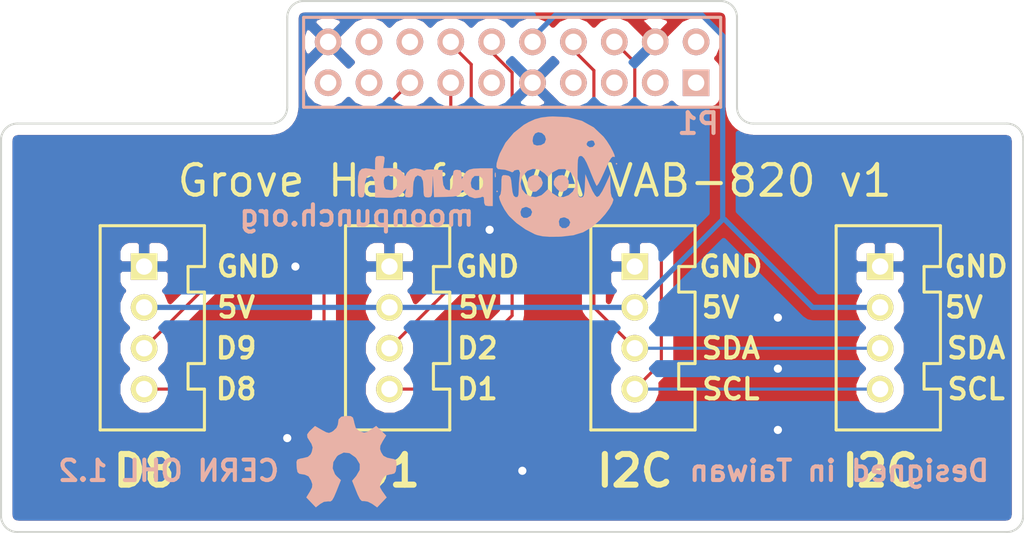
<source format=kicad_pcb>
(kicad_pcb (version 3) (host pcbnew "(2013-may-18)-stable")

  (general
    (links 18)
    (no_connects 0)
    (area 194.949999 143.949999 245.050001 170.8164)
    (thickness 1.6)
    (drawings 40)
    (tracks 60)
    (zones 0)
    (modules 7)
    (nets 9)
  )

  (page A3)
  (title_block 
    (title "Grove Hat for VIA VAB-820")
    (rev 1)
    (company Moonpunch)
    (comment 1 "CERN Open Hardware License 1.2")
  )

  (layers
    (15 F.Cu signal)
    (0 B.Cu signal)
    (16 B.Adhes user)
    (17 F.Adhes user)
    (18 B.Paste user)
    (19 F.Paste user)
    (20 B.SilkS user)
    (21 F.SilkS user)
    (22 B.Mask user)
    (23 F.Mask user)
    (28 Edge.Cuts user)
  )

  (setup
    (last_trace_width 0.254)
    (trace_clearance 0.254)
    (zone_clearance 0.508)
    (zone_45_only no)
    (trace_min 0.1524)
    (segment_width 0.2)
    (edge_width 0.1)
    (via_size 0.6)
    (via_drill 0.4)
    (via_min_size 0.3)
    (via_min_drill 0.3)
    (uvia_size 0.508)
    (uvia_drill 0.127)
    (uvias_allowed no)
    (uvia_min_size 0.508)
    (uvia_min_drill 0.127)
    (pcb_text_width 0.3)
    (pcb_text_size 1.5 1.5)
    (mod_edge_width 0.15)
    (mod_text_size 1 1)
    (mod_text_width 0.15)
    (pad_size 1.3 1.3)
    (pad_drill 0.8)
    (pad_to_mask_clearance 0)
    (aux_axis_origin 0 0)
    (visible_elements FFFFFFBF)
    (pcbplotparams
      (layerselection 284196865)
      (usegerberextensions true)
      (excludeedgelayer true)
      (linewidth 0.150000)
      (plotframeref false)
      (viasonmask false)
      (mode 1)
      (useauxorigin false)
      (hpglpennumber 1)
      (hpglpenspeed 20)
      (hpglpendiameter 15)
      (hpglpenoverlay 2)
      (psnegative false)
      (psa4output false)
      (plotreference true)
      (plotvalue true)
      (plotothertext true)
      (plotinvisibletext false)
      (padsonsilk false)
      (subtractmaskfromsilk false)
      (outputformat 1)
      (mirror false)
      (drillshape 0)
      (scaleselection 1)
      (outputdirectory Gerber/))
  )

  (net 0 "")
  (net 1 +5V)
  (net 2 /D1)
  (net 3 /D2)
  (net 4 /D8)
  (net 5 /D9)
  (net 6 /SCL)
  (net 7 /SDA)
  (net 8 GND)

  (net_class Default "This is the default net class."
    (clearance 0.254)
    (trace_width 0.254)
    (via_dia 0.6)
    (via_drill 0.4)
    (uvia_dia 0.508)
    (uvia_drill 0.127)
    (add_net "")
    (add_net +5V)
    (add_net GND)
  )

  (net_class Packed ""
    (clearance 0.1524)
    (trace_width 0.1524)
    (via_dia 0.6)
    (via_drill 0.4)
    (uvia_dia 0.508)
    (uvia_drill 0.127)
    (add_net /D1)
    (add_net /D2)
    (add_net /D8)
    (add_net /D9)
    (add_net /SCL)
    (add_net /SDA)
  )

  (module TWIG_2.0 (layer F.Cu) (tedit 55CF6298) (tstamp 55CF1077)
    (at 226 160 270)
    (descr "Seeed Grove connector")
    (tags CONN)
    (path /55CC9A1E)
    (fp_text reference P2 (at 0 -3.8 270) (layer F.SilkS) hide
      (effects (font (size 1 1) (thickness 0.15)))
    )
    (fp_text value GROVE (at 3.15 3.1 270) (layer F.SilkS) hide
      (effects (font (size 1 1) (thickness 0.15)))
    )
    (fp_line (start -5 -2.95) (end -5 2.15) (layer F.SilkS) (width 0.15))
    (fp_line (start -5 2.15) (end 5 2.15) (layer F.SilkS) (width 0.15))
    (fp_line (start 5 2.15) (end 5 -2.95) (layer F.SilkS) (width 0.15))
    (fp_line (start 5 -2.95) (end 3 -2.95) (layer F.SilkS) (width 0.15))
    (fp_line (start 3 -2.95) (end 3 -2.15) (layer F.SilkS) (width 0.15))
    (fp_line (start 3 -2.15) (end 1.75 -2.15) (layer F.SilkS) (width 0.15))
    (fp_line (start 1.75 -2.15) (end 1.75 -2.95) (layer F.SilkS) (width 0.15))
    (fp_line (start 1.75 -2.95) (end -1.75 -2.95) (layer F.SilkS) (width 0.15))
    (fp_line (start -1.75 -2.95) (end -1.75 -2.15) (layer F.SilkS) (width 0.15))
    (fp_line (start -1.75 -2.15) (end -3 -2.15) (layer F.SilkS) (width 0.15))
    (fp_line (start -3 -2.15) (end -3 -2.95) (layer F.SilkS) (width 0.15))
    (fp_line (start -3 -2.95) (end -5 -2.95) (layer F.SilkS) (width 0.15))
    (pad 1 thru_hole rect (at -3 0 270) (size 1.3 1.3) (drill 0.8)
      (layers *.Cu *.Mask F.SilkS)
      (net 8 GND)
    )
    (pad 2 thru_hole circle (at -1 0 270) (size 1.3 1.3) (drill 0.8)
      (layers *.Cu *.Mask F.SilkS)
      (net 1 +5V)
    )
    (pad 3 thru_hole circle (at 1 0 270) (size 1.3 1.3) (drill 0.8)
      (layers *.Cu *.Mask F.SilkS)
      (net 7 /SDA)
    )
    (pad 4 thru_hole circle (at 3 0 270) (size 1.3 1.3) (drill 0.8)
      (layers *.Cu *.Mask F.SilkS)
      (net 6 /SCL)
    )
  )

  (module TWIG_2.0 (layer F.Cu) (tedit 55CF629F) (tstamp 55CF108B)
    (at 238 160 270)
    (descr "Seeed Grove connector")
    (tags CONN)
    (path /55CC9A2D)
    (fp_text reference P3 (at 0 -3.8 270) (layer F.SilkS) hide
      (effects (font (size 1 1) (thickness 0.15)))
    )
    (fp_text value GROVE (at 3.15 3.1 270) (layer F.SilkS) hide
      (effects (font (size 1 1) (thickness 0.15)))
    )
    (fp_line (start -5 -2.95) (end -5 2.15) (layer F.SilkS) (width 0.15))
    (fp_line (start -5 2.15) (end 5 2.15) (layer F.SilkS) (width 0.15))
    (fp_line (start 5 2.15) (end 5 -2.95) (layer F.SilkS) (width 0.15))
    (fp_line (start 5 -2.95) (end 3 -2.95) (layer F.SilkS) (width 0.15))
    (fp_line (start 3 -2.95) (end 3 -2.15) (layer F.SilkS) (width 0.15))
    (fp_line (start 3 -2.15) (end 1.75 -2.15) (layer F.SilkS) (width 0.15))
    (fp_line (start 1.75 -2.15) (end 1.75 -2.95) (layer F.SilkS) (width 0.15))
    (fp_line (start 1.75 -2.95) (end -1.75 -2.95) (layer F.SilkS) (width 0.15))
    (fp_line (start -1.75 -2.95) (end -1.75 -2.15) (layer F.SilkS) (width 0.15))
    (fp_line (start -1.75 -2.15) (end -3 -2.15) (layer F.SilkS) (width 0.15))
    (fp_line (start -3 -2.15) (end -3 -2.95) (layer F.SilkS) (width 0.15))
    (fp_line (start -3 -2.95) (end -5 -2.95) (layer F.SilkS) (width 0.15))
    (pad 1 thru_hole rect (at -3 0 270) (size 1.3 1.3) (drill 0.8)
      (layers *.Cu *.Mask F.SilkS)
      (net 8 GND)
    )
    (pad 2 thru_hole circle (at -1 0 270) (size 1.3 1.3) (drill 0.8)
      (layers *.Cu *.Mask F.SilkS)
      (net 1 +5V)
    )
    (pad 3 thru_hole circle (at 1 0 270) (size 1.3 1.3) (drill 0.8)
      (layers *.Cu *.Mask F.SilkS)
      (net 7 /SDA)
    )
    (pad 4 thru_hole circle (at 3 0 270) (size 1.3 1.3) (drill 0.8)
      (layers *.Cu *.Mask F.SilkS)
      (net 6 /SCL)
    )
  )

  (module TWIG_2.0 (layer F.Cu) (tedit 55CF6293) (tstamp 55CF109F)
    (at 214 160 270)
    (descr "Seeed Grove connector")
    (tags CONN)
    (path /55CC9A3C)
    (fp_text reference P4 (at 0 -3.8 270) (layer F.SilkS) hide
      (effects (font (size 1 1) (thickness 0.15)))
    )
    (fp_text value GROVE (at 3.15 3.1 270) (layer F.SilkS) hide
      (effects (font (size 1 1) (thickness 0.15)))
    )
    (fp_line (start -5 -2.95) (end -5 2.15) (layer F.SilkS) (width 0.15))
    (fp_line (start -5 2.15) (end 5 2.15) (layer F.SilkS) (width 0.15))
    (fp_line (start 5 2.15) (end 5 -2.95) (layer F.SilkS) (width 0.15))
    (fp_line (start 5 -2.95) (end 3 -2.95) (layer F.SilkS) (width 0.15))
    (fp_line (start 3 -2.95) (end 3 -2.15) (layer F.SilkS) (width 0.15))
    (fp_line (start 3 -2.15) (end 1.75 -2.15) (layer F.SilkS) (width 0.15))
    (fp_line (start 1.75 -2.15) (end 1.75 -2.95) (layer F.SilkS) (width 0.15))
    (fp_line (start 1.75 -2.95) (end -1.75 -2.95) (layer F.SilkS) (width 0.15))
    (fp_line (start -1.75 -2.95) (end -1.75 -2.15) (layer F.SilkS) (width 0.15))
    (fp_line (start -1.75 -2.15) (end -3 -2.15) (layer F.SilkS) (width 0.15))
    (fp_line (start -3 -2.15) (end -3 -2.95) (layer F.SilkS) (width 0.15))
    (fp_line (start -3 -2.95) (end -5 -2.95) (layer F.SilkS) (width 0.15))
    (pad 1 thru_hole rect (at -3 0 270) (size 1.3 1.3) (drill 0.8)
      (layers *.Cu *.Mask F.SilkS)
      (net 8 GND)
    )
    (pad 2 thru_hole circle (at -1 0 270) (size 1.3 1.3) (drill 0.8)
      (layers *.Cu *.Mask F.SilkS)
      (net 1 +5V)
    )
    (pad 3 thru_hole circle (at 1 0 270) (size 1.3 1.3) (drill 0.8)
      (layers *.Cu *.Mask F.SilkS)
      (net 3 /D2)
    )
    (pad 4 thru_hole circle (at 3 0 270) (size 1.3 1.3) (drill 0.8)
      (layers *.Cu *.Mask F.SilkS)
      (net 2 /D1)
    )
  )

  (module TWIG_2.0 (layer F.Cu) (tedit 55CF628F) (tstamp 55CF111E)
    (at 202 160 270)
    (descr "Seeed Grove connector")
    (tags CONN)
    (path /55CC9A4B)
    (fp_text reference P5 (at 0 -3.8 270) (layer F.SilkS) hide
      (effects (font (size 1 1) (thickness 0.15)))
    )
    (fp_text value GROVE (at 3.15 3.1 270) (layer F.SilkS) hide
      (effects (font (size 1 1) (thickness 0.15)))
    )
    (fp_line (start -5 -2.95) (end -5 2.15) (layer F.SilkS) (width 0.15))
    (fp_line (start -5 2.15) (end 5 2.15) (layer F.SilkS) (width 0.15))
    (fp_line (start 5 2.15) (end 5 -2.95) (layer F.SilkS) (width 0.15))
    (fp_line (start 5 -2.95) (end 3 -2.95) (layer F.SilkS) (width 0.15))
    (fp_line (start 3 -2.95) (end 3 -2.15) (layer F.SilkS) (width 0.15))
    (fp_line (start 3 -2.15) (end 1.75 -2.15) (layer F.SilkS) (width 0.15))
    (fp_line (start 1.75 -2.15) (end 1.75 -2.95) (layer F.SilkS) (width 0.15))
    (fp_line (start 1.75 -2.95) (end -1.75 -2.95) (layer F.SilkS) (width 0.15))
    (fp_line (start -1.75 -2.95) (end -1.75 -2.15) (layer F.SilkS) (width 0.15))
    (fp_line (start -1.75 -2.15) (end -3 -2.15) (layer F.SilkS) (width 0.15))
    (fp_line (start -3 -2.15) (end -3 -2.95) (layer F.SilkS) (width 0.15))
    (fp_line (start -3 -2.95) (end -5 -2.95) (layer F.SilkS) (width 0.15))
    (pad 1 thru_hole rect (at -3 0 270) (size 1.3 1.3) (drill 0.8)
      (layers *.Cu *.Mask F.SilkS)
      (net 8 GND)
    )
    (pad 2 thru_hole circle (at -1 0 270) (size 1.3 1.3) (drill 0.8)
      (layers *.Cu *.Mask F.SilkS)
      (net 1 +5V)
    )
    (pad 3 thru_hole circle (at 1 0 270) (size 1.3 1.3) (drill 0.8)
      (layers *.Cu *.Mask F.SilkS)
      (net 5 /D9)
    )
    (pad 4 thru_hole circle (at 3 0 270) (size 1.3 1.3) (drill 0.8)
      (layers *.Cu *.Mask F.SilkS)
      (net 4 /D8)
    )
  )

  (module pin_array_2mm_10x2 (layer B.Cu) (tedit 55CF676B) (tstamp 55CF68D7)
    (at 220 147 180)
    (descr "Double range 2mm pins 10x2")
    (tags CONN)
    (path /55CC99D0)
    (fp_text reference P1 (at -9.1 -3 180) (layer B.SilkS)
      (effects (font (size 1.016 1.016) (thickness 0.2032)) (justify mirror))
    )
    (fp_text value CONN_10X2 (at 0 -3.4 180) (layer B.SilkS) hide
      (effects (font (size 1.016 1.016) (thickness 0.2032)) (justify mirror))
    )
    (fp_line (start -10.2 2.2) (end -10.2 -2.2) (layer B.SilkS) (width 0.15))
    (fp_line (start -10.2 -2.2) (end 10.2 -2.2) (layer B.SilkS) (width 0.15))
    (fp_line (start 10.2 -2.2) (end 10.2 2.2) (layer B.SilkS) (width 0.15))
    (fp_line (start 10.2 2.2) (end -10.2 2.2) (layer B.SilkS) (width 0.15))
    (pad 1 thru_hole rect (at -9 -1 180) (size 1.3 1.3) (drill 0.8)
      (layers *.Cu *.Mask B.SilkS)
    )
    (pad 2 thru_hole circle (at -9 1 180) (size 1.3 1.3) (drill 0.8)
      (layers *.Cu *.Mask B.SilkS)
    )
    (pad 3 thru_hole circle (at -7 -1 180) (size 1.3 1.3) (drill 0.8)
      (layers *.Cu *.Mask B.SilkS)
    )
    (pad 4 thru_hole circle (at -7 1 180) (size 1.3 1.3) (drill 0.8)
      (layers *.Cu *.Mask B.SilkS)
      (net 8 GND)
    )
    (pad 5 thru_hole circle (at -5 -1 180) (size 1.3 1.3) (drill 0.8)
      (layers *.Cu *.Mask B.SilkS)
    )
    (pad 6 thru_hole circle (at -5 1 180) (size 1.3 1.3) (drill 0.8)
      (layers *.Cu *.Mask B.SilkS)
      (net 6 /SCL)
    )
    (pad 7 thru_hole circle (at -3 -1 180) (size 1.3 1.3) (drill 0.8)
      (layers *.Cu *.Mask B.SilkS)
    )
    (pad 8 thru_hole circle (at -3 1 180) (size 1.3 1.3) (drill 0.8)
      (layers *.Cu *.Mask B.SilkS)
      (net 7 /SDA)
    )
    (pad 9 thru_hole circle (at -1 -1 180) (size 1.3 1.3) (drill 0.8)
      (layers *.Cu *.Mask B.SilkS)
      (net 8 GND)
    )
    (pad 10 thru_hole circle (at -1 1 180) (size 1.3 1.3) (drill 0.8)
      (layers *.Cu *.Mask B.SilkS)
      (net 1 +5V)
    )
    (pad 11 thru_hole circle (at 1 -1 180) (size 1.3 1.3) (drill 0.8)
      (layers *.Cu *.Mask B.SilkS)
    )
    (pad 12 thru_hole circle (at 1 1 180) (size 1.3 1.3) (drill 0.8)
      (layers *.Cu *.Mask B.SilkS)
      (net 2 /D1)
    )
    (pad 13 thru_hole circle (at 3 -1 180) (size 1.3 1.3) (drill 0.8)
      (layers *.Cu *.Mask B.SilkS)
      (net 4 /D8)
    )
    (pad 14 thru_hole circle (at 3 1 180) (size 1.3 1.3) (drill 0.8)
      (layers *.Cu *.Mask B.SilkS)
      (net 3 /D2)
    )
    (pad 15 thru_hole circle (at 5 -1 180) (size 1.3 1.3) (drill 0.8)
      (layers *.Cu *.Mask B.SilkS)
      (net 5 /D9)
    )
    (pad 16 thru_hole circle (at 5 1 180) (size 1.3 1.3) (drill 0.8)
      (layers *.Cu *.Mask B.SilkS)
    )
    (pad 17 thru_hole circle (at 7 -1 180) (size 1.3 1.3) (drill 0.8)
      (layers *.Cu *.Mask B.SilkS)
    )
    (pad 18 thru_hole circle (at 7 1 180) (size 1.3 1.3) (drill 0.8)
      (layers *.Cu *.Mask B.SilkS)
    )
    (pad 19 thru_hole circle (at 9 -1 180) (size 1.3 1.3) (drill 0.8)
      (layers *.Cu *.Mask B.SilkS)
    )
    (pad 20 thru_hole circle (at 9 1 180) (size 1.3 1.3) (drill 0.8)
      (layers *.Cu *.Mask B.SilkS)
      (net 8 GND)
    )
  )

  (module OSHW (layer B.Cu) (tedit 0) (tstamp 55CF6D3C)
    (at 211.9 166.6)
    (fp_text reference G*** (at 0 -3.048) (layer B.SilkS) hide
      (effects (font (size 1.524 1.524) (thickness 0.3048)) (justify mirror))
    )
    (fp_text value LOGO (at 0 3.048) (layer B.SilkS) hide
      (effects (font (size 1.524 1.524) (thickness 0.3048)) (justify mirror))
    )
    (fp_poly (pts (xy 2.44602 0.06604) (xy 2.4384 0.19812) (xy 2.41046 0.42164) (xy 2.34442 0.52832)
      (xy 2.1971 0.56896) (xy 2.1336 0.57658) (xy 1.91262 0.635) (xy 1.76784 0.78994)
      (xy 1.71958 0.88392) (xy 1.6383 1.0795) (xy 1.64338 1.2192) (xy 1.7399 1.38684)
      (xy 1.77546 1.4351) (xy 1.96596 1.70434) (xy 1.73228 1.94818) (xy 1.4986 2.19456)
      (xy 1.25222 2.0193) (xy 1.04394 1.91262) (xy 0.86106 1.88214) (xy 0.84582 1.88468)
      (xy 0.74676 1.8796) (xy 0.65278 1.78562) (xy 0.5461 1.57226) (xy 0.48006 1.4097)
      (xy 0.27178 0.889) (xy 0.47498 0.65024) (xy 0.64516 0.3556) (xy 0.6477 0.07366)
      (xy 0.48006 -0.20574) (xy 0.42926 -0.26162) (xy 0.14478 -0.46228) (xy -0.13716 -0.49276)
      (xy -0.40894 -0.35814) (xy -0.4699 -0.30226) (xy -0.64516 -0.0254) (xy -0.67564 0.28194)
      (xy -0.56388 0.56642) (xy -0.47752 0.66802) (xy -0.27432 0.85598) (xy -0.49022 1.39954)
      (xy -0.61214 1.68656) (xy -0.70358 1.84658) (xy -0.79248 1.905) (xy -0.88646 1.89738)
      (xy -1.10236 1.92024) (xy -1.2827 2.02184) (xy -1.50114 2.19202) (xy -1.73482 1.94818)
      (xy -1.9685 1.70434) (xy -1.79578 1.4224) (xy -1.6891 1.2192) (xy -1.67386 1.05918)
      (xy -1.73736 0.87122) (xy -1.85928 0.6731) (xy -2.04216 0.58928) (xy -2.1336 0.57658)
      (xy -2.3114 0.5461) (xy -2.39776 0.46482) (xy -2.43332 0.28448) (xy -2.44094 0.1905)
      (xy -2.44856 -0.03556) (xy -2.40538 -0.14732) (xy -2.26314 -0.19812) (xy -2.12852 -0.22098)
      (xy -1.88976 -0.28194) (xy -1.76022 -0.39878) (xy -1.69926 -0.52832) (xy -1.65608 -0.73914)
      (xy -1.71704 -0.92202) (xy -1.78054 -1.01854) (xy -1.91262 -1.22936) (xy -1.92786 -1.37668)
      (xy -1.82626 -1.52146) (xy -1.74498 -1.60274) (xy -1.54178 -1.79324) (xy -1.2065 -1.6002)
      (xy -0.99314 -1.4859) (xy -0.85852 -1.45288) (xy -0.73406 -1.4986) (xy -0.6477 -1.55194)
      (xy -0.49022 -1.70434) (xy -0.42418 -1.85928) (xy -0.38862 -2.11836) (xy -0.25654 -2.25044)
      (xy -0.00254 -2.286) (xy 0 -2.286) (xy 0.21082 -2.27584) (xy 0.31242 -2.20726)
      (xy 0.36576 -2.032) (xy 0.37846 -1.9558) (xy 0.44958 -1.70942) (xy 0.58674 -1.56972)
      (xy 0.67818 -1.524) (xy 0.8636 -1.47066) (xy 1.02108 -1.50622) (xy 1.18618 -1.61036)
      (xy 1.45034 -1.79832) (xy 1.69672 -1.56464) (xy 1.9431 -1.32842) (xy 1.7653 -1.0414)
      (xy 1.65608 -0.83058) (xy 1.64084 -0.66548) (xy 1.69164 -0.51308) (xy 1.8034 -0.33528)
      (xy 1.9939 -0.23876) (xy 2.12852 -0.21082) (xy 2.33934 -0.16764) (xy 2.43078 -0.09398)
      (xy 2.44602 0.06604) (xy 2.44602 0.06604)) (layer B.SilkS) (width 0.00254))
  )

  (module MOONPUNCHLOGO (layer B.Cu) (tedit 0) (tstamp 55CF6D88)
    (at 218.8 152.6)
    (fp_text reference G*** (at 0 -3.72364) (layer B.SilkS) hide
      (effects (font (size 1.524 1.524) (thickness 0.3048)) (justify mirror))
    )
    (fp_text value MOONPUNCHLOGO (at 0 3.72364) (layer B.SilkS) hide
      (effects (font (size 1.524 1.524) (thickness 0.3048)) (justify mirror))
    )
    (fp_poly (pts (xy 6.22554 -0.96774) (xy 6.18998 -0.96774) (xy 6.1214 -0.9779) (xy 6.0452 -0.91186)
      (xy 5.9436 -0.74676) (xy 5.80898 -0.45974) (xy 5.66928 -0.14732) (xy 5.53466 0.14224)
      (xy 5.4229 0.35052) (xy 5.3467 0.44704) (xy 5.32892 0.44704) (xy 5.27558 0.3429)
      (xy 5.24764 0.2794) (xy 5.24764 -1.60782) (xy 5.18668 -1.75006) (xy 5.08254 -1.778)
      (xy 4.90728 -1.7272) (xy 4.84124 -1.60782) (xy 4.86664 -1.524) (xy 4.99364 -1.43764)
      (xy 5.14604 -1.45796) (xy 5.24256 -1.5621) (xy 5.24764 -1.60782) (xy 5.24764 0.2794)
      (xy 5.17652 0.12192) (xy 5.05206 -0.1778) (xy 4.99872 -0.3175) (xy 4.84632 -0.67564)
      (xy 4.72694 -0.89408) (xy 4.62534 -0.99822) (xy 4.56184 -1.016) (xy 4.49326 -1.0033)
      (xy 4.44754 -0.94742) (xy 4.4196 -0.82296) (xy 4.4069 -0.5969) (xy 4.40182 -0.24638)
      (xy 4.40182 0) (xy 4.40436 0.42926) (xy 4.41198 0.71628) (xy 4.42976 0.89154)
      (xy 4.46532 0.98044) (xy 4.5212 1.01346) (xy 4.56692 1.016) (xy 4.65582 0.99568)
      (xy 4.70916 0.91186) (xy 4.73964 0.72898) (xy 4.75742 0.44958) (xy 4.78282 -0.11938)
      (xy 5.00634 0.42672) (xy 5.13334 0.70358) (xy 5.2578 0.90932) (xy 5.34924 0.99822)
      (xy 5.35178 0.99822) (xy 5.461 0.93472) (xy 5.60578 0.71374) (xy 5.73786 0.44958)
      (xy 6.00202 -0.127) (xy 6.00456 0.43688) (xy 6.02488 0.79756) (xy 6.07568 0.99822)
      (xy 6.11632 1.03886) (xy 6.15696 1.1303) (xy 6.09854 1.31318) (xy 5.95884 1.5621)
      (xy 5.7531 1.8415) (xy 5.50164 2.1209) (xy 5.09524 2.47904) (xy 4.67614 2.72034)
      (xy 4.29514 2.83718) (xy 4.29514 0.1905) (xy 4.24688 0.04064) (xy 4.04368 -0.23368)
      (xy 3.7719 -0.37338) (xy 3.46964 -0.36576) (xy 3.175 -0.20828) (xy 3.12166 -0.16002)
      (xy 2.9464 0.01524) (xy 2.85496 -0.08382) (xy 2.85496 -1.8288) (xy 2.79908 -2.0066)
      (xy 2.65938 -2.13614) (xy 2.4765 -2.17932) (xy 2.3241 -2.11328) (xy 2.23012 -1.9558)
      (xy 2.19964 -1.75006) (xy 2.2479 -1.5875) (xy 2.25552 -1.57988) (xy 2.41046 -1.524)
      (xy 2.6162 -1.54686) (xy 2.7813 -1.6383) (xy 2.78892 -1.64592) (xy 2.85496 -1.8288)
      (xy 2.85496 -0.08382) (xy 2.78384 -0.16002) (xy 2.51206 -0.34798) (xy 2.21742 -0.38354)
      (xy 1.94056 -0.2794) (xy 1.71958 -0.0381) (xy 1.6764 0.04064) (xy 1.6129 0.3429)
      (xy 1.68402 0.61468) (xy 1.8542 0.83058) (xy 2.09042 0.96774) (xy 2.3622 1.00076)
      (xy 2.63398 0.90678) (xy 2.75336 0.80772) (xy 2.96164 0.60198) (xy 3.16992 0.80772)
      (xy 3.429 0.97282) (xy 3.70586 0.99822) (xy 3.9624 0.90678) (xy 4.16814 0.72644)
      (xy 4.2926 0.48006) (xy 4.29514 0.1905) (xy 4.29514 2.83718) (xy 4.2037 2.86766)
      (xy 4.04368 2.88544) (xy 4.04368 2.2352) (xy 3.96494 2.0828) (xy 3.7846 1.99644)
      (xy 3.71602 1.99136) (xy 3.54584 2.03962) (xy 3.48488 2.19202) (xy 3.5179 2.4003)
      (xy 3.64998 2.51714) (xy 3.83032 2.51714) (xy 3.98272 2.40538) (xy 4.04368 2.2352)
      (xy 4.04368 2.88544) (xy 3.62966 2.9337) (xy 3.46964 2.94132) (xy 3.01752 2.94386)
      (xy 2.68732 2.91846) (xy 2.4257 2.86004) (xy 2.30632 2.81686) (xy 2.17932 2.75082)
      (xy 2.17932 1.7272) (xy 2.10312 1.57226) (xy 1.92278 1.48844) (xy 1.8542 1.48336)
      (xy 1.6764 1.5494) (xy 1.60782 1.72212) (xy 1.64084 1.91008) (xy 1.75514 2.01422)
      (xy 1.93294 2.01676) (xy 2.10312 1.9177) (xy 2.1209 1.89738) (xy 2.17932 1.7272)
      (xy 2.17932 2.75082) (xy 1.85166 2.58064) (xy 1.41732 2.2733) (xy 1.06426 1.94056)
      (xy 0.98806 1.84658) (xy 0.8255 1.60782) (xy 0.68834 1.35636) (xy 0.59436 1.13284)
      (xy 0.5588 0.9779) (xy 0.58928 0.93218) (xy 0.63754 0.85344) (xy 0.66802 0.65024)
      (xy 0.67564 0.4191) (xy 0.67818 0.13462) (xy 0.70104 -0.01524) (xy 0.75946 -0.07366)
      (xy 0.87122 -0.07366) (xy 0.90932 -0.06858) (xy 1.03886 -0.04064) (xy 1.11506 0.02794)
      (xy 1.1557 0.18542) (xy 1.18364 0.46482) (xy 1.22174 0.76454) (xy 1.27508 0.92964)
      (xy 1.3589 0.99822) (xy 1.37414 1.00076) (xy 1.46304 0.99314) (xy 1.50876 0.89662)
      (xy 1.52146 0.67818) (xy 1.524 0.6096) (xy 1.53416 0.29972) (xy 1.5621 0.01016)
      (xy 1.5748 -0.07366) (xy 1.59766 -0.25654) (xy 1.54432 -0.32766) (xy 1.4478 -0.33782)
      (xy 1.30556 -0.30226) (xy 1.27 -0.25146) (xy 1.20904 -0.21336) (xy 1.08204 -0.26416)
      (xy 0.8509 -0.33782) (xy 0.65786 -0.3556) (xy 0.50292 -0.37592) (xy 0.4318 -0.46736)
      (xy 0.43942 -0.6477) (xy 0.52832 -0.94742) (xy 0.5969 -1.13538) (xy 0.87376 -1.66116)
      (xy 1.27762 -2.14376) (xy 1.77038 -2.53746) (xy 2.00152 -2.66954) (xy 2.31648 -2.81178)
      (xy 2.61874 -2.8956) (xy 2.97942 -2.93878) (xy 3.1877 -2.94894) (xy 3.94716 -2.91338)
      (xy 4.61518 -2.73304) (xy 5.1943 -2.413) (xy 5.6769 -1.95326) (xy 5.83438 -1.74498)
      (xy 5.9944 -1.49352) (xy 6.12394 -1.25476) (xy 6.20522 -1.06934) (xy 6.22554 -0.96774)
      (xy 6.22554 -0.96774)) (layer B.SilkS) (width 0.00254))
    (fp_poly (pts (xy 0.254 1.44018) (xy 0.04064 1.44018) (xy -0.11176 1.41224) (xy -0.1651 1.2954)
      (xy -0.17018 1.18872) (xy -0.18288 1.016) (xy -0.19812 1.00584) (xy -0.19812 0.27432)
      (xy -0.26162 0.07874) (xy -0.41402 -0.0381) (xy -0.62738 -0.03302) (xy -0.63754 -0.03048)
      (xy -0.76708 0.09652) (xy -0.82296 0.30226) (xy -0.79248 0.50292) (xy -0.762 0.55118)
      (xy -0.57912 0.66548) (xy -0.38354 0.63754) (xy -0.254 0.50546) (xy -0.19812 0.27432)
      (xy -0.19812 1.00584) (xy -0.24892 0.98044) (xy -0.36322 1.02362) (xy -0.62738 1.05918)
      (xy -0.89916 0.97282) (xy -1.10744 0.78486) (xy -1.11506 0.77216) (xy -1.19888 0.65786)
      (xy -1.2573 0.68834) (xy -1.31064 0.78994) (xy -1.37922 0.88646) (xy -1.49352 0.94488)
      (xy -1.69418 0.97536) (xy -2.01168 0.98806) (xy -2.61874 1.0033) (xy -2.64922 0.43942)
      (xy -2.67716 -0.127) (xy -2.69494 0.4445) (xy -2.70764 0.74676) (xy -2.7305 0.91948)
      (xy -2.78384 0.99568) (xy -2.88036 1.016) (xy -2.921 1.016) (xy -3.04546 1.0033)
      (xy -3.10642 0.9398) (xy -3.13182 0.77978) (xy -3.13436 0.56134) (xy -3.1623 0.21082)
      (xy -3.24612 0.0127) (xy -3.26136 0) (xy -3.41884 -0.0635) (xy -3.5433 0.02794)
      (xy -3.6195 0.25908) (xy -3.64236 0.56134) (xy -3.64744 0.82296) (xy -3.67792 0.96012)
      (xy -3.75158 1.00838) (xy -3.86334 1.016) (xy -4.01828 0.99568) (xy -4.04876 0.89916)
      (xy -4.02844 0.79502) (xy -3.97256 0.57404) (xy -4.16814 0.79502) (xy -4.29768 0.92202)
      (xy -4.41452 0.98552) (xy -4.41452 0.381) (xy -4.4323 0.1524) (xy -4.52882 0.00254)
      (xy -4.7117 -0.06096) (xy -4.86918 -0.0508) (xy -5.01904 0.02032) (xy -5.07492 0.1651)
      (xy -5.08 0.2921) (xy -5.05206 0.49784) (xy -4.98348 0.61722) (xy -4.97586 0.6223)
      (xy -4.70916 0.66548) (xy -4.50596 0.57658) (xy -4.41452 0.381) (xy -4.41452 0.98552)
      (xy -4.43738 0.99822) (xy -4.63296 1.03124) (xy -4.93268 1.03378) (xy -5.10286 1.0287)
      (xy -5.50418 1.016) (xy -5.50418 0.56134) (xy -5.53212 0.21082) (xy -5.61848 0.0127)
      (xy -5.63118 0) (xy -5.7912 -0.0635) (xy -5.91312 0.02794) (xy -5.98932 0.25908)
      (xy -6.01218 0.56134) (xy -6.0198 0.8255) (xy -6.05282 0.96266) (xy -6.12648 1.01346)
      (xy -6.18236 1.016) (xy -6.26872 1.00076) (xy -6.31952 0.93218) (xy -6.34492 0.77216)
      (xy -6.35 0.49022) (xy -6.35 0.39116) (xy -6.33476 -0.00254) (xy -6.27634 -0.25146)
      (xy -6.1595 -0.381) (xy -5.96646 -0.41402) (xy -5.80136 -0.39624) (xy -5.50418 -0.34798)
      (xy -5.50418 -0.68326) (xy -5.49402 -0.89662) (xy -5.43814 -0.99314) (xy -5.30098 -1.016)
      (xy -5.25526 -1.016) (xy -5.0927 -1.0033) (xy -5.03428 -0.93218) (xy -5.04952 -0.7493)
      (xy -5.0546 -0.71882) (xy -5.10286 -0.42164) (xy -4.71424 -0.42164) (xy -4.44246 -0.40132)
      (xy -4.26974 -0.32258) (xy -4.17576 -0.22352) (xy -4.0259 -0.02286) (xy -3.937 -0.2032)
      (xy -3.77952 -0.35306) (xy -3.53568 -0.41148) (xy -3.27406 -0.36576) (xy -3.22326 -0.34036)
      (xy -3.09118 -0.2921) (xy -3.05054 -0.31496) (xy -2.97434 -0.34544) (xy -2.77876 -0.35814)
      (xy -2.62636 -0.35052) (xy -2.20218 -0.32258) (xy -2.20218 0.08382) (xy -2.16408 0.4064)
      (xy -2.05994 0.60706) (xy -1.89738 0.66548) (xy -1.82372 0.6477) (xy -1.74244 0.5588)
      (xy -1.7018 0.35052) (xy -1.69418 0.12954) (xy -1.6891 -0.13716) (xy -1.66116 -0.27686)
      (xy -1.59004 -0.3302) (xy -1.48336 -0.33782) (xy -1.32588 -0.30734) (xy -1.27254 -0.1778)
      (xy -1.26746 -0.10414) (xy -1.26492 0.127) (xy -1.14046 -0.09906) (xy -1.03632 -0.254)
      (xy -0.89916 -0.34544) (xy -0.69088 -0.3937) (xy -0.36576 -0.40894) (xy -0.23368 -0.40894)
      (xy 0.254 -0.40894) (xy 0.254 0.51562) (xy 0.254 1.44018) (xy 0.254 1.44018)) (layer B.SilkS) (width 0.00254))
    (fp_poly (pts (xy 0.508 0.72136) (xy 0.46482 0.762) (xy 0.42164 0.72136) (xy 0.46482 0.67818)
      (xy 0.508 0.72136) (xy 0.508 0.72136)) (layer B.SilkS) (width 0.00254))
    (fp_poly (pts (xy 6.35 0.635) (xy 6.30682 0.67818) (xy 6.26364 0.635) (xy 6.30682 0.59436)
      (xy 6.35 0.635) (xy 6.35 0.635)) (layer B.SilkS) (width 0.00254))
    (fp_poly (pts (xy 0.40386 -0.01778) (xy 0.3937 0.02286) (xy 0.36322 0.03302) (xy 0.35052 -0.08382)
      (xy 0.36322 -0.2032) (xy 0.3937 -0.1905) (xy 0.40386 -0.01778) (xy 0.40386 -0.01778)) (layer B.SilkS) (width 0.00254))
    (fp_poly (pts (xy 6.35 -0.635) (xy 6.30682 -0.59182) (xy 6.26364 -0.635) (xy 6.30682 -0.67564)
      (xy 6.35 -0.635) (xy 6.35 -0.635)) (layer B.SilkS) (width 0.00254))
    (fp_poly (pts (xy 2.70002 0.2921) (xy 2.65176 0.45974) (xy 2.54 0.59436) (xy 2.37998 0.72898)
      (xy 2.2479 0.74422) (xy 2.0955 0.67056) (xy 1.98374 0.5207) (xy 1.94818 0.29972)
      (xy 1.99898 0.08636) (xy 2.04724 0.01778) (xy 2.23774 -0.0762) (xy 2.45364 -0.05588)
      (xy 2.61366 0.06604) (xy 2.62128 0.07874) (xy 2.70002 0.2921) (xy 2.70002 0.2921)) (layer B.SilkS) (width 0.00254))
    (fp_poly (pts (xy 3.96748 0.20574) (xy 3.96494 0.43434) (xy 3.87858 0.62484) (xy 3.81508 0.67564)
      (xy 3.65252 0.7493) (xy 3.54076 0.73152) (xy 3.39852 0.60452) (xy 3.38582 0.59436)
      (xy 3.24358 0.40894) (xy 3.23596 0.23622) (xy 3.30454 0.07874) (xy 3.45694 -0.0508)
      (xy 3.6703 -0.07874) (xy 3.86588 0.00762) (xy 3.87604 0.01778) (xy 3.96748 0.20574)
      (xy 3.96748 0.20574)) (layer B.SilkS) (width 0.00254))
  )

  (gr_line (start 231.8 150) (end 244.2 150) (angle 90) (layer Edge.Cuts) (width 0.1))
  (gr_arc (start 244.2 150.8) (end 244.2 150) (angle 90) (layer Edge.Cuts) (width 0.1))
  (gr_line (start 245 169.2) (end 245 150.8) (angle 90) (layer Edge.Cuts) (width 0.1))
  (gr_arc (start 244.2 169.2) (end 245 169.2) (angle 90) (layer Edge.Cuts) (width 0.1))
  (gr_line (start 195.8 170) (end 244.2 170) (angle 90) (layer Edge.Cuts) (width 0.1))
  (gr_arc (start 195.8 169.2) (end 195.8 170) (angle 90) (layer Edge.Cuts) (width 0.1))
  (gr_line (start 195 150.8) (end 195 169.2) (angle 90) (layer Edge.Cuts) (width 0.1))
  (gr_arc (start 195.8 150.8) (end 195 150.8) (angle 90) (layer Edge.Cuts) (width 0.1))
  (gr_line (start 208.2 150) (end 195.8 150) (angle 90) (layer Edge.Cuts) (width 0.1))
  (gr_text "Designed in Taiwan" (at 236 167) (layer B.SilkS)
    (effects (font (size 1 1) (thickness 0.2)) (justify mirror))
  )
  (gr_text moonpunch.org (at 212.4 154.5) (layer B.SilkS)
    (effects (font (size 1 1) (thickness 0.2)) (justify mirror))
  )
  (gr_text "CERN OHL 1.2" (at 203.2 167) (layer B.SilkS)
    (effects (font (size 1 1) (thickness 0.2)) (justify mirror))
  )
  (gr_text "Grove Hat for VIA VAB-820 v1" (at 221.1 152.8) (layer F.SilkS)
    (effects (font (size 1.5 1.5) (thickness 0.2)))
  )
  (gr_text GND (at 207.1 157) (layer F.SilkS)
    (effects (font (size 1 1) (thickness 0.2)))
  )
  (gr_text 5V (at 206.5 159) (layer F.SilkS)
    (effects (font (size 1 1) (thickness 0.2)))
  )
  (gr_text D9 (at 206.5 161) (layer F.SilkS)
    (effects (font (size 1 1) (thickness 0.2)))
  )
  (gr_text D8 (at 206.5 163) (layer F.SilkS)
    (effects (font (size 1 1) (thickness 0.2)))
  )
  (gr_text GND (at 218.8 157) (layer F.SilkS)
    (effects (font (size 1 1) (thickness 0.2)))
  )
  (gr_text 5V (at 218.3 159) (layer F.SilkS)
    (effects (font (size 1 1) (thickness 0.2)))
  )
  (gr_text D2 (at 218.3 161) (layer F.SilkS)
    (effects (font (size 1 1) (thickness 0.2)))
  )
  (gr_text D1 (at 218.3 163) (layer F.SilkS)
    (effects (font (size 1 1) (thickness 0.2)))
  )
  (gr_text GND (at 230.7 157) (layer F.SilkS)
    (effects (font (size 1 1) (thickness 0.2)))
  )
  (gr_text 5V (at 230.2 159) (layer F.SilkS)
    (effects (font (size 1 1) (thickness 0.2)))
  )
  (gr_text SDA (at 230.7 161) (layer F.SilkS)
    (effects (font (size 1 1) (thickness 0.2)))
  )
  (gr_text SCL (at 230.7 163) (layer F.SilkS)
    (effects (font (size 1 1) (thickness 0.2)))
  )
  (gr_text "GND\n" (at 242.7 157) (layer F.SilkS)
    (effects (font (size 1 1) (thickness 0.2)))
  )
  (gr_text 5V (at 242.1 159) (layer F.SilkS)
    (effects (font (size 1 1) (thickness 0.2)))
  )
  (gr_text SDA (at 242.7 161) (layer F.SilkS)
    (effects (font (size 1 1) (thickness 0.2)))
  )
  (gr_text SCL (at 242.7 163) (layer F.SilkS)
    (effects (font (size 1 1) (thickness 0.2)))
  )
  (gr_text D8 (at 202 167) (layer F.SilkS)
    (effects (font (size 1.5 1.5) (thickness 0.3)))
  )
  (gr_text D1 (at 214 167) (layer F.SilkS)
    (effects (font (size 1.5 1.5) (thickness 0.3)))
  )
  (gr_text I2C (at 226 167) (layer F.SilkS)
    (effects (font (size 1.5 1.5) (thickness 0.3)))
  )
  (gr_text I2C (at 238 167) (layer F.SilkS)
    (effects (font (size 1.5 1.5) (thickness 0.3)))
  )
  (gr_arc (start 231.8 149.2) (end 231.8 150) (angle 90) (layer Edge.Cuts) (width 0.1))
  (gr_line (start 231 144.8) (end 231 149.2) (angle 90) (layer Edge.Cuts) (width 0.1))
  (gr_line (start 209.8 144) (end 230.2 144) (angle 90) (layer Edge.Cuts) (width 0.1))
  (gr_arc (start 230.2 144.8) (end 230.2 144) (angle 90) (layer Edge.Cuts) (width 0.1))
  (gr_arc (start 209.8 144.8) (end 209 144.8) (angle 90) (layer Edge.Cuts) (width 0.1))
  (gr_line (start 209 149.2) (end 209 144.8) (angle 90) (layer Edge.Cuts) (width 0.1))
  (gr_arc (start 208.2 149.2) (end 209 149.2) (angle 90) (layer Edge.Cuts) (width 0.1))

  (segment (start 230.3 154.7) (end 230.4 154.7) (width 0.254) (layer B.Cu) (net 1))
  (segment (start 234.7 159) (end 238 159) (width 0.254) (layer B.Cu) (net 1) (tstamp 55D06552))
  (segment (start 230.4 154.7) (end 234.7 159) (width 0.254) (layer B.Cu) (net 1) (tstamp 55D0654B))
  (segment (start 221 146) (end 221 145.8) (width 0.254) (layer B.Cu) (net 1))
  (segment (start 230.3 154.7) (end 226 159) (width 0.254) (layer B.Cu) (net 1) (tstamp 55D06539))
  (segment (start 230.3 145.7) (end 230.3 154.7) (width 0.254) (layer B.Cu) (net 1) (tstamp 55D06525))
  (segment (start 229.3 144.7) (end 230.3 145.7) (width 0.254) (layer B.Cu) (net 1) (tstamp 55D06524))
  (segment (start 222.1 144.7) (end 229.3 144.7) (width 0.254) (layer B.Cu) (net 1) (tstamp 55D06521))
  (segment (start 221 145.8) (end 222.1 144.7) (width 0.254) (layer B.Cu) (net 1) (tstamp 55D0651F))
  (segment (start 202 159) (end 214 159) (width 0.254) (layer B.Cu) (net 1))
  (segment (start 214 159) (end 226 159) (width 0.254) (layer B.Cu) (net 1) (tstamp 55D06451))
  (segment (start 219 146) (end 219 146.5) (width 0.1524) (layer F.Cu) (net 2))
  (segment (start 216.4 163) (end 214 163) (width 0.1524) (layer F.Cu) (net 2) (tstamp 55D064D7))
  (segment (start 220 159.4) (end 216.4 163) (width 0.1524) (layer F.Cu) (net 2) (tstamp 55D064D1))
  (segment (start 220 147.5) (end 220 159.4) (width 0.1524) (layer F.Cu) (net 2) (tstamp 55D064C8))
  (segment (start 219 146.5) (end 220 147.5) (width 0.1524) (layer F.Cu) (net 2) (tstamp 55D064C5))
  (segment (start 217 146) (end 217 146.1) (width 0.1524) (layer F.Cu) (net 3))
  (segment (start 218 157) (end 214 161) (width 0.1524) (layer F.Cu) (net 3) (tstamp 55D064E1))
  (segment (start 218 147.1) (end 218 157) (width 0.1524) (layer F.Cu) (net 3) (tstamp 55D064DC))
  (segment (start 217 146.1) (end 218 147.1) (width 0.1524) (layer F.Cu) (net 3) (tstamp 55D064DB))
  (segment (start 217 148) (end 217 149.2) (width 0.1524) (layer F.Cu) (net 4))
  (segment (start 207.6 163) (end 202 163) (width 0.1524) (layer F.Cu) (net 4) (tstamp 55D064FD))
  (segment (start 210.8 159.8) (end 207.6 163) (width 0.1524) (layer F.Cu) (net 4) (tstamp 55D064FB))
  (segment (start 210.8 155.4) (end 210.8 159.8) (width 0.1524) (layer F.Cu) (net 4) (tstamp 55D064F8))
  (segment (start 217 149.2) (end 210.8 155.4) (width 0.1524) (layer F.Cu) (net 4) (tstamp 55D064E9))
  (segment (start 215 148) (end 202 161) (width 0.1524) (layer F.Cu) (net 5))
  (segment (start 225 146) (end 226 147) (width 0.1524) (layer F.Cu) (net 6))
  (segment (start 227.3 161.7) (end 226 163) (width 0.1524) (layer F.Cu) (net 6) (tstamp 55D064A1))
  (segment (start 227.3 155.4) (end 227.3 161.7) (width 0.1524) (layer F.Cu) (net 6) (tstamp 55D0648E))
  (segment (start 226 154.1) (end 227.3 155.4) (width 0.1524) (layer F.Cu) (net 6) (tstamp 55D06485))
  (segment (start 226 147) (end 226 154.1) (width 0.1524) (layer F.Cu) (net 6) (tstamp 55D06481))
  (segment (start 226 163) (end 238 163) (width 0.1524) (layer B.Cu) (net 6))
  (segment (start 223 146) (end 223 146.4) (width 0.1524) (layer F.Cu) (net 7))
  (segment (start 224 159) (end 226 161) (width 0.1524) (layer F.Cu) (net 7) (tstamp 55D064B7))
  (segment (start 224 147.4) (end 224 159) (width 0.1524) (layer F.Cu) (net 7) (tstamp 55D064B1))
  (segment (start 223 146.4) (end 224 147.4) (width 0.1524) (layer F.Cu) (net 7) (tstamp 55D064B0))
  (segment (start 226 161) (end 238 161) (width 0.1524) (layer B.Cu) (net 7))
  (segment (start 220.5 167) (end 210.6 167) (width 0.254) (layer F.Cu) (net 8))
  (segment (start 233 165) (end 233 165.2) (width 0.254) (layer F.Cu) (net 8))
  (via (at 233 165) (size 0.6) (layers F.Cu B.Cu) (net 8))
  (segment (start 233 162) (end 233 159.5) (width 0.254) (layer F.Cu) (net 8))
  (segment (start 235.5 157) (end 233 159.5) (width 0.254) (layer F.Cu) (net 8) (tstamp 55D066EA))
  (via (at 233 159.5) (size 0.6) (layers F.Cu B.Cu) (net 8))
  (segment (start 238 157) (end 235.5 157) (width 0.254) (layer F.Cu) (net 8))
  (via (at 233 162) (size 0.6) (layers F.Cu B.Cu) (net 8))
  (segment (start 233 165) (end 233 162) (width 0.254) (layer F.Cu) (net 8))
  (via (at 220.5 167) (size 0.6) (layers F.Cu B.Cu) (net 8))
  (segment (start 231.2 167) (end 220.5 167) (width 0.254) (layer F.Cu) (net 8) (tstamp 55D06710))
  (segment (start 233 165.2) (end 231.2 167) (width 0.254) (layer F.Cu) (net 8) (tstamp 55D0670C))
  (via (at 209 165.4) (size 0.6) (layers F.Cu B.Cu) (net 8))
  (segment (start 210.6 167) (end 209 165.4) (width 0.254) (layer F.Cu) (net 8) (tstamp 55D0671C))
  (segment (start 214 157) (end 217.1 157) (width 0.254) (layer B.Cu) (net 8))
  (via (at 218.9 155.2) (size 0.6) (layers F.Cu B.Cu) (net 8))
  (segment (start 217.1 157) (end 218.9 155.2) (width 0.254) (layer B.Cu) (net 8) (tstamp 55D065E6))
  (segment (start 214 157) (end 209.4 157) (width 0.254) (layer B.Cu) (net 8))
  (via (at 209.4 157) (size 0.6) (layers F.Cu B.Cu) (net 8))
  (segment (start 227 146) (end 227 145.7) (width 0.254) (layer F.Cu) (net 8))
  (segment (start 212.3 144.7) (end 211 146) (width 0.254) (layer F.Cu) (net 8) (tstamp 55CF6DAB))
  (segment (start 226 144.7) (end 212.3 144.7) (width 0.254) (layer F.Cu) (net 8) (tstamp 55CF6DAA))
  (segment (start 227 145.7) (end 226 144.7) (width 0.254) (layer F.Cu) (net 8) (tstamp 55CF6DA9))

  (zone (net 8) (net_name GND) (layer F.Cu) (tstamp 55D06409) (hatch edge 0.508)
    (connect_pads (clearance 0.508))
    (min_thickness 0.254)
    (fill (arc_segments 16) (thermal_gap 0.508) (thermal_bridge_width 0.508))
    (polygon
      (pts
        (xy 195 144) (xy 245 144) (xy 245 170) (xy 195 170)
      )
    )
    (filled_polygon
      (pts
        (xy 216.188389 149.005822) (xy 210.297106 154.897106) (xy 210.142937 155.127835) (xy 210.0888 155.4) (xy 210.0888 159.505411)
        (xy 207.305411 162.2888) (xy 203.096509 162.2888) (xy 203.090005 162.273057) (xy 202.817264 161.99984) (xy 203.088734 161.728844)
        (xy 203.284776 161.256724) (xy 203.285222 160.745519) (xy 203.277926 160.727861) (xy 214.727545 149.278243) (xy 214.743276 149.284776)
        (xy 215.254481 149.285222) (xy 215.726943 149.090005) (xy 216.000159 148.817264) (xy 216.188389 149.005822)
      )
    )
    (filled_polygon
      (pts
        (xy 219.2888 159.105411) (xy 216.105411 162.2888) (xy 215.096509 162.2888) (xy 215.090005 162.273057) (xy 214.817264 161.99984)
        (xy 215.088734 161.728844) (xy 215.284776 161.256724) (xy 215.285222 160.745519) (xy 215.277926 160.727861) (xy 218.502894 157.502895)
        (xy 218.502894 157.502894) (xy 218.657063 157.272165) (xy 218.657063 157.272164) (xy 218.666044 157.227009) (xy 218.711199 157)
        (xy 218.7112 157) (xy 218.7112 149.271456) (xy 218.743276 149.284776) (xy 219.254481 149.285222) (xy 219.2888 149.271041)
        (xy 219.2888 159.105411)
      )
    )
    (filled_polygon
      (pts
        (xy 226.5888 155.714946) (xy 226.524245 155.71489) (xy 226.28575 155.715) (xy 226.127 155.87375) (xy 226.127 156.873)
        (xy 226.147 156.873) (xy 226.147 157.127) (xy 226.127 157.127) (xy 226.127 157.147) (xy 225.873 157.147)
        (xy 225.873 157.127) (xy 225.873 156.873) (xy 225.873 155.87375) (xy 225.71425 155.715) (xy 225.475755 155.71489)
        (xy 225.223136 155.715111) (xy 224.989832 155.811987) (xy 224.811359 155.990771) (xy 224.71489 156.224245) (xy 224.715 156.71425)
        (xy 224.87375 156.873) (xy 225.873 156.873) (xy 225.873 157.127) (xy 224.87375 157.127) (xy 224.715 157.28575)
        (xy 224.71489 157.775755) (xy 224.811359 158.009229) (xy 224.989832 158.188013) (xy 224.993166 158.189397) (xy 224.911266 158.271156)
        (xy 224.725152 158.719364) (xy 224.7112 158.705412) (xy 224.7112 149.271456) (xy 224.743276 149.284776) (xy 225.254481 149.285222)
        (xy 225.2888 149.271041) (xy 225.2888 154.1) (xy 225.342937 154.372165) (xy 225.497106 154.602894) (xy 226.5888 155.694588)
        (xy 226.5888 155.714946)
      )
    )
    (filled_polygon
      (pts
        (xy 244.315 169.131435) (xy 244.293598 169.239519) (xy 244.27231 169.27132) (xy 244.238238 169.294129) (xy 244.132836 169.315)
        (xy 239.285222 169.315) (xy 239.285222 162.745519) (xy 239.090005 162.273057) (xy 238.817264 161.99984) (xy 239.088734 161.728844)
        (xy 239.284776 161.256724) (xy 239.285222 160.745519) (xy 239.090005 160.273057) (xy 238.817264 159.99984) (xy 239.088734 159.728844)
        (xy 239.284776 159.256724) (xy 239.285222 158.745519) (xy 239.090005 158.273057) (xy 239.006591 158.189498) (xy 239.010168 158.188013)
        (xy 239.188641 158.009229) (xy 239.28511 157.775755) (xy 239.28511 156.224245) (xy 239.188641 155.990771) (xy 239.010168 155.811987)
        (xy 238.776864 155.715111) (xy 238.524245 155.71489) (xy 238.28575 155.715) (xy 238.127 155.87375) (xy 238.127 156.873)
        (xy 239.12625 156.873) (xy 239.285 156.71425) (xy 239.28511 156.224245) (xy 239.28511 157.775755) (xy 239.285 157.28575)
        (xy 239.12625 157.127) (xy 238.127 157.127) (xy 238.127 157.147) (xy 237.873 157.147) (xy 237.873 157.127)
        (xy 237.873 156.873) (xy 237.873 155.87375) (xy 237.71425 155.715) (xy 237.475755 155.71489) (xy 237.223136 155.715111)
        (xy 236.989832 155.811987) (xy 236.811359 155.990771) (xy 236.71489 156.224245) (xy 236.715 156.71425) (xy 236.87375 156.873)
        (xy 237.873 156.873) (xy 237.873 157.127) (xy 236.87375 157.127) (xy 236.715 157.28575) (xy 236.71489 157.775755)
        (xy 236.811359 158.009229) (xy 236.989832 158.188013) (xy 236.993166 158.189397) (xy 236.911266 158.271156) (xy 236.715224 158.743276)
        (xy 236.714778 159.254481) (xy 236.909995 159.726943) (xy 237.182735 160.000159) (xy 236.911266 160.271156) (xy 236.715224 160.743276)
        (xy 236.714778 161.254481) (xy 236.909995 161.726943) (xy 237.182735 162.000159) (xy 236.911266 162.271156) (xy 236.715224 162.743276)
        (xy 236.714778 163.254481) (xy 236.909995 163.726943) (xy 237.271156 164.088734) (xy 237.743276 164.284776) (xy 238.254481 164.285222)
        (xy 238.726943 164.090005) (xy 239.088734 163.728844) (xy 239.284776 163.256724) (xy 239.285222 162.745519) (xy 239.285222 169.315)
        (xy 230.285222 169.315) (xy 230.285222 145.745519) (xy 230.090005 145.273057) (xy 229.728844 144.911266) (xy 229.256724 144.715224)
        (xy 228.745519 144.714778) (xy 228.273057 144.909995) (xy 227.911266 145.271156) (xy 227.906588 145.28242) (xy 227.899014 145.280591)
        (xy 227.719409 145.460196) (xy 227.719409 145.100986) (xy 227.663729 144.87039) (xy 227.180922 144.702378) (xy 226.670572 144.731919)
        (xy 226.336271 144.87039) (xy 226.280591 145.100986) (xy 227 145.820395) (xy 227.719409 145.100986) (xy 227.719409 145.460196)
        (xy 227.179605 146) (xy 227.193747 146.014142) (xy 227.014142 146.193747) (xy 227 146.179605) (xy 226.985857 146.193747)
        (xy 226.806252 146.014142) (xy 226.820395 146) (xy 226.100986 145.280591) (xy 226.093831 145.282318) (xy 226.090005 145.273057)
        (xy 225.728844 144.911266) (xy 225.256724 144.715224) (xy 224.745519 144.714778) (xy 224.273057 144.909995) (xy 223.99984 145.182735)
        (xy 223.728844 144.911266) (xy 223.256724 144.715224) (xy 222.745519 144.714778) (xy 222.273057 144.909995) (xy 221.99984 145.182735)
        (xy 221.728844 144.911266) (xy 221.256724 144.715224) (xy 220.745519 144.714778) (xy 220.273057 144.909995) (xy 219.99984 145.182735)
        (xy 219.728844 144.911266) (xy 219.256724 144.715224) (xy 218.745519 144.714778) (xy 218.273057 144.909995) (xy 217.99984 145.182735)
        (xy 217.728844 144.911266) (xy 217.256724 144.715224) (xy 216.745519 144.714778) (xy 216.273057 144.909995) (xy 215.99984 145.182735)
        (xy 215.728844 144.911266) (xy 215.256724 144.715224) (xy 214.745519 144.714778) (xy 214.273057 144.909995) (xy 213.99984 145.182735)
        (xy 213.728844 144.911266) (xy 213.256724 144.715224) (xy 212.745519 144.714778) (xy 212.273057 144.909995) (xy 211.911266 145.271156)
        (xy 211.906588 145.28242) (xy 211.899014 145.280591) (xy 211.719409 145.460196) (xy 211.719409 145.100986) (xy 211.663729 144.87039)
        (xy 211.180922 144.702378) (xy 210.670572 144.731919) (xy 210.336271 144.87039) (xy 210.280591 145.100986) (xy 211 145.820395)
        (xy 211.719409 145.100986) (xy 211.719409 145.460196) (xy 211.179605 146) (xy 211.899014 146.719409) (xy 211.906168 146.717681)
        (xy 211.909995 146.726943) (xy 212.182735 147.000159) (xy 211.99984 147.182735) (xy 211.728844 146.911266) (xy 211.717579 146.906588)
        (xy 211.719409 146.899014) (xy 211 146.179605) (xy 210.820395 146.35921) (xy 210.820395 146) (xy 210.100986 145.280591)
        (xy 209.87039 145.336271) (xy 209.702378 145.819078) (xy 209.731919 146.329428) (xy 209.87039 146.663729) (xy 210.100986 146.719409)
        (xy 210.820395 146) (xy 210.820395 146.35921) (xy 210.280591 146.899014) (xy 210.282318 146.906168) (xy 210.273057 146.909995)
        (xy 209.911266 147.271156) (xy 209.715224 147.743276) (xy 209.714778 148.254481) (xy 209.909995 148.726943) (xy 210.271156 149.088734)
        (xy 210.743276 149.284776) (xy 211.254481 149.285222) (xy 211.726943 149.090005) (xy 212.000159 148.817264) (xy 212.271156 149.088734)
        (xy 212.719364 149.274846) (xy 203.274541 158.71967) (xy 203.090005 158.273057) (xy 203.006591 158.189498) (xy 203.010168 158.188013)
        (xy 203.188641 158.009229) (xy 203.28511 157.775755) (xy 203.28511 156.224245) (xy 203.188641 155.990771) (xy 203.010168 155.811987)
        (xy 202.776864 155.715111) (xy 202.524245 155.71489) (xy 202.28575 155.715) (xy 202.127 155.87375) (xy 202.127 156.873)
        (xy 203.12625 156.873) (xy 203.285 156.71425) (xy 203.28511 156.224245) (xy 203.28511 157.775755) (xy 203.285 157.28575)
        (xy 203.12625 157.127) (xy 202.127 157.127) (xy 202.127 157.147) (xy 201.873 157.147) (xy 201.873 157.127)
        (xy 201.873 156.873) (xy 201.873 155.87375) (xy 201.71425 155.715) (xy 201.475755 155.71489) (xy 201.223136 155.715111)
        (xy 200.989832 155.811987) (xy 200.811359 155.990771) (xy 200.71489 156.224245) (xy 200.715 156.71425) (xy 200.87375 156.873)
        (xy 201.873 156.873) (xy 201.873 157.127) (xy 200.87375 157.127) (xy 200.715 157.28575) (xy 200.71489 157.775755)
        (xy 200.811359 158.009229) (xy 200.989832 158.188013) (xy 200.993166 158.189397) (xy 200.911266 158.271156) (xy 200.715224 158.743276)
        (xy 200.714778 159.254481) (xy 200.909995 159.726943) (xy 201.182735 160.000159) (xy 200.911266 160.271156) (xy 200.715224 160.743276)
        (xy 200.714778 161.254481) (xy 200.909995 161.726943) (xy 201.182735 162.000159) (xy 200.911266 162.271156) (xy 200.715224 162.743276)
        (xy 200.714778 163.254481) (xy 200.909995 163.726943) (xy 201.271156 164.088734) (xy 201.743276 164.284776) (xy 202.254481 164.285222)
        (xy 202.726943 164.090005) (xy 203.088734 163.728844) (xy 203.09606 163.7112) (xy 207.6 163.7112) (xy 207.872164 163.657063)
        (xy 207.872165 163.657063) (xy 208.102894 163.502894) (xy 211.302894 160.302895) (xy 211.302894 160.302894) (xy 211.405905 160.148726)
        (xy 211.457062 160.072165) (xy 211.457063 160.072164) (xy 211.511199 159.8) (xy 211.5112 159.8) (xy 211.5112 155.694588)
        (xy 217.2888 149.916988) (xy 217.2888 156.705411) (xy 215.274541 158.71967) (xy 215.090005 158.273057) (xy 215.006591 158.189498)
        (xy 215.010168 158.188013) (xy 215.188641 158.009229) (xy 215.28511 157.775755) (xy 215.28511 156.224245) (xy 215.188641 155.990771)
        (xy 215.010168 155.811987) (xy 214.776864 155.715111) (xy 214.524245 155.71489) (xy 214.28575 155.715) (xy 214.127 155.87375)
        (xy 214.127 156.873) (xy 215.12625 156.873) (xy 215.285 156.71425) (xy 215.28511 156.224245) (xy 215.28511 157.775755)
        (xy 215.285 157.28575) (xy 215.12625 157.127) (xy 214.127 157.127) (xy 214.127 157.147) (xy 213.873 157.147)
        (xy 213.873 157.127) (xy 213.873 156.873) (xy 213.873 155.87375) (xy 213.71425 155.715) (xy 213.475755 155.71489)
        (xy 213.223136 155.715111) (xy 212.989832 155.811987) (xy 212.811359 155.990771) (xy 212.71489 156.224245) (xy 212.715 156.71425)
        (xy 212.87375 156.873) (xy 213.873 156.873) (xy 213.873 157.127) (xy 212.87375 157.127) (xy 212.715 157.28575)
        (xy 212.71489 157.775755) (xy 212.811359 158.009229) (xy 212.989832 158.188013) (xy 212.993166 158.189397) (xy 212.911266 158.271156)
        (xy 212.715224 158.743276) (xy 212.714778 159.254481) (xy 212.909995 159.726943) (xy 213.182735 160.000159) (xy 212.911266 160.271156)
        (xy 212.715224 160.743276) (xy 212.714778 161.254481) (xy 212.909995 161.726943) (xy 213.182735 162.000159) (xy 212.911266 162.271156)
        (xy 212.715224 162.743276) (xy 212.714778 163.254481) (xy 212.909995 163.726943) (xy 213.271156 164.088734) (xy 213.743276 164.284776)
        (xy 214.254481 164.285222) (xy 214.726943 164.090005) (xy 215.088734 163.728844) (xy 215.09606 163.7112) (xy 216.4 163.7112)
        (xy 216.672164 163.657063) (xy 216.672165 163.657063) (xy 216.902894 163.502894) (xy 220.502894 159.902895) (xy 220.502894 159.902894)
        (xy 220.605905 159.748726) (xy 220.657062 159.672165) (xy 220.657063 159.672164) (xy 220.711199 159.400001) (xy 220.7112 159.4)
        (xy 220.7112 149.260081) (xy 220.819078 149.297622) (xy 221.329428 149.268081) (xy 221.663729 149.12961) (xy 221.719409 148.899014)
        (xy 221 148.179605) (xy 220.985857 148.193747) (xy 220.806252 148.014142) (xy 220.820395 148) (xy 220.806252 147.985857)
        (xy 220.985857 147.806252) (xy 221 147.820395) (xy 221.719409 147.100986) (xy 221.717681 147.093831) (xy 221.726943 147.090005)
        (xy 222.000159 146.817264) (xy 222.182735 147.000159) (xy 221.911266 147.271156) (xy 221.906588 147.28242) (xy 221.899014 147.280591)
        (xy 221.179605 148) (xy 221.899014 148.719409) (xy 221.906168 148.717681) (xy 221.909995 148.726943) (xy 222.271156 149.088734)
        (xy 222.743276 149.284776) (xy 223.254481 149.285222) (xy 223.2888 149.271041) (xy 223.2888 159) (xy 223.342937 159.272165)
        (xy 223.497106 159.502894) (xy 224.721756 160.727544) (xy 224.715224 160.743276) (xy 224.714778 161.254481) (xy 224.909995 161.726943)
        (xy 225.182735 162.000159) (xy 224.911266 162.271156) (xy 224.715224 162.743276) (xy 224.714778 163.254481) (xy 224.909995 163.726943)
        (xy 225.271156 164.088734) (xy 225.743276 164.284776) (xy 226.254481 164.285222) (xy 226.726943 164.090005) (xy 227.088734 163.728844)
        (xy 227.284776 163.256724) (xy 227.285222 162.745519) (xy 227.277926 162.727862) (xy 227.802894 162.202895) (xy 227.802894 162.202894)
        (xy 227.905905 162.048726) (xy 227.957062 161.972165) (xy 227.957063 161.972164) (xy 228.011199 161.7) (xy 228.0112 161.7)
        (xy 228.0112 155.4) (xy 227.957063 155.127836) (xy 227.957062 155.127835) (xy 227.905905 155.051274) (xy 227.802894 154.897106)
        (xy 227.802894 154.897105) (xy 226.7112 153.805411) (xy 226.7112 149.271456) (xy 226.743276 149.284776) (xy 227.254481 149.285222)
        (xy 227.726943 149.090005) (xy 227.810337 149.006756) (xy 227.811359 149.009229) (xy 227.989832 149.188013) (xy 228.223136 149.284889)
        (xy 228.475755 149.28511) (xy 229.775755 149.28511) (xy 230.009229 149.188641) (xy 230.188013 149.010168) (xy 230.284889 148.776864)
        (xy 230.28511 148.524245) (xy 230.28511 147.224245) (xy 230.188641 146.990771) (xy 230.010168 146.811987) (xy 230.006833 146.810602)
        (xy 230.088734 146.728844) (xy 230.284776 146.256724) (xy 230.285222 145.745519) (xy 230.285222 169.315) (xy 195.868564 169.315)
        (xy 195.76048 169.293598) (xy 195.728679 169.27231) (xy 195.70587 169.238238) (xy 195.685 169.132836) (xy 195.685 150.867163)
        (xy 195.70587 150.761761) (xy 195.728679 150.727689) (xy 195.76048 150.706401) (xy 195.868564 150.685) (xy 208.2 150.685)
        (xy 208.26588 150.671895) (xy 208.333051 150.671954) (xy 208.63925 150.611325) (xy 208.886267 150.509259) (xy 208.887192 150.508334)
        (xy 208.887209 150.508328) (xy 209.144486 150.336096) (xy 209.145753 150.335573) (xy 209.334909 150.146747) (xy 209.508554 149.887361)
        (xy 209.61105 149.640521) (xy 209.611051 149.639214) (xy 209.611058 149.639198) (xy 209.671687 149.332998) (xy 209.671629 149.267216)
        (xy 209.685 149.2) (xy 209.685 144.867163) (xy 209.70587 144.761761) (xy 209.728679 144.727689) (xy 209.76048 144.706401)
        (xy 209.868564 144.685) (xy 230.132836 144.685) (xy 230.238238 144.70587) (xy 230.27231 144.728679) (xy 230.293598 144.76048)
        (xy 230.315 144.868564) (xy 230.315 149.2) (xy 230.328104 149.26588) (xy 230.328046 149.333051) (xy 230.388675 149.63925)
        (xy 230.490741 149.886267) (xy 230.491665 149.887192) (xy 230.491672 149.887209) (xy 230.663903 150.144486) (xy 230.664427 150.145753)
        (xy 230.853253 150.334909) (xy 231.112639 150.508554) (xy 231.359479 150.61105) (xy 231.360785 150.611051) (xy 231.360802 150.611058)
        (xy 231.667002 150.671687) (xy 231.732783 150.671629) (xy 231.8 150.685) (xy 244.132836 150.685) (xy 244.238238 150.70587)
        (xy 244.27231 150.728679) (xy 244.293598 150.76048) (xy 244.315 150.868564) (xy 244.315 169.131435)
      )
    )
  )
  (zone (net 8) (net_name GND) (layer B.Cu) (tstamp 55D06428) (hatch edge 0.508)
    (connect_pads (clearance 0.508))
    (min_thickness 0.254)
    (fill (arc_segments 16) (thermal_gap 0.508) (thermal_bridge_width 0.508))
    (polygon
      (pts
        (xy 195 144) (xy 245 144) (xy 245 170) (xy 195 170)
      )
    )
    (filled_polygon
      (pts
        (xy 227.193747 146.014142) (xy 227.014142 146.193747) (xy 227 146.179605) (xy 226.280591 146.899014) (xy 226.282318 146.906168)
        (xy 226.273057 146.909995) (xy 225.99984 147.182735) (xy 225.817264 146.99984) (xy 226.088734 146.728844) (xy 226.093411 146.717579)
        (xy 226.100986 146.719409) (xy 226.820395 146) (xy 226.806252 145.985857) (xy 226.985857 145.806252) (xy 227 145.820395)
        (xy 227.014142 145.806252) (xy 227.193747 145.985857) (xy 227.179605 146) (xy 227.193747 146.014142)
      )
    )
    (filled_polygon
      (pts
        (xy 237.182735 160.000159) (xy 236.911266 160.271156) (xy 236.903939 160.2888) (xy 227.096509 160.2888) (xy 227.090005 160.273057)
        (xy 226.817264 159.99984) (xy 227.088734 159.728844) (xy 227.284776 159.256724) (xy 227.285181 158.792449) (xy 230.35 155.72763)
        (xy 234.161184 159.538815) (xy 234.161185 159.538815) (xy 234.408395 159.703996) (xy 234.7 159.762) (xy 236.94499 159.762)
        (xy 237.182735 160.000159)
      )
    )
    (filled_polygon
      (pts
        (xy 237.182735 162.000159) (xy 236.911266 162.271156) (xy 236.903939 162.2888) (xy 227.096509 162.2888) (xy 227.090005 162.273057)
        (xy 226.817264 161.99984) (xy 227.088734 161.728844) (xy 227.09606 161.7112) (xy 236.90349 161.7112) (xy 236.909995 161.726943)
        (xy 237.182735 162.000159)
      )
    )
    (filled_polygon
      (pts
        (xy 244.315 169.131435) (xy 244.293598 169.239519) (xy 244.27231 169.27132) (xy 244.238238 169.294129) (xy 244.132836 169.315)
        (xy 195.868564 169.315) (xy 195.76048 169.293598) (xy 195.728679 169.27231) (xy 195.70587 169.238238) (xy 195.685 169.132836)
        (xy 195.685 150.867163) (xy 195.70587 150.761761) (xy 195.728679 150.727689) (xy 195.76048 150.706401) (xy 195.868564 150.685)
        (xy 208.2 150.685) (xy 208.26588 150.671895) (xy 208.333051 150.671954) (xy 208.63925 150.611325) (xy 208.886267 150.509259)
        (xy 208.887192 150.508334) (xy 208.887209 150.508328) (xy 209.144486 150.336096) (xy 209.145753 150.335573) (xy 209.334909 150.146747)
        (xy 209.508554 149.887361) (xy 209.61105 149.640521) (xy 209.611051 149.639214) (xy 209.611058 149.639198) (xy 209.671687 149.332998)
        (xy 209.671629 149.267216) (xy 209.685 149.2) (xy 209.685 144.867163) (xy 209.70587 144.761761) (xy 209.728679 144.727689)
        (xy 209.76048 144.706401) (xy 209.868564 144.685) (xy 221.037369 144.685) (xy 221.007363 144.715006) (xy 220.745519 144.714778)
        (xy 220.273057 144.909995) (xy 219.99984 145.182735) (xy 219.728844 144.911266) (xy 219.256724 144.715224) (xy 218.745519 144.714778)
        (xy 218.273057 144.909995) (xy 217.99984 145.182735) (xy 217.728844 144.911266) (xy 217.256724 144.715224) (xy 216.745519 144.714778)
        (xy 216.273057 144.909995) (xy 215.99984 145.182735) (xy 215.728844 144.911266) (xy 215.256724 144.715224) (xy 214.745519 144.714778)
        (xy 214.273057 144.909995) (xy 213.99984 145.182735) (xy 213.728844 144.911266) (xy 213.256724 144.715224) (xy 212.745519 144.714778)
        (xy 212.273057 144.909995) (xy 211.911266 145.271156) (xy 211.906588 145.28242) (xy 211.899014 145.280591) (xy 211.719409 145.460196)
        (xy 211.719409 145.100986) (xy 211.663729 144.87039) (xy 211.180922 144.702378) (xy 210.670572 144.731919) (xy 210.336271 144.87039)
        (xy 210.280591 145.100986) (xy 211 145.820395) (xy 211.719409 145.100986) (xy 211.719409 145.460196) (xy 211.179605 146)
        (xy 211.899014 146.719409) (xy 211.906168 146.717681) (xy 211.909995 146.726943) (xy 212.182735 147.000159) (xy 211.99984 147.182735)
        (xy 211.728844 146.911266) (xy 211.717579 146.906588) (xy 211.719409 146.899014) (xy 211 146.179605) (xy 210.820395 146.35921)
        (xy 210.820395 146) (xy 210.100986 145.280591) (xy 209.87039 145.336271) (xy 209.702378 145.819078) (xy 209.731919 146.329428)
        (xy 209.87039 146.663729) (xy 210.100986 146.719409) (xy 210.820395 146) (xy 210.820395 146.35921) (xy 210.280591 146.899014)
        (xy 210.282318 146.906168) (xy 210.273057 146.909995) (xy 209.911266 147.271156) (xy 209.715224 147.743276) (xy 209.714778 148.254481)
        (xy 209.909995 148.726943) (xy 210.271156 149.088734) (xy 210.743276 149.284776) (xy 211.254481 149.285222) (xy 211.726943 149.090005)
        (xy 212.000159 148.817264) (xy 212.271156 149.088734) (xy 212.743276 149.284776) (xy 213.254481 149.285222) (xy 213.726943 149.090005)
        (xy 214.000159 148.817264) (xy 214.271156 149.088734) (xy 214.743276 149.284776) (xy 215.254481 149.285222) (xy 215.726943 149.090005)
        (xy 216.000159 148.817264) (xy 216.271156 149.088734) (xy 216.743276 149.284776) (xy 217.254481 149.285222) (xy 217.726943 149.090005)
        (xy 218.000159 148.817264) (xy 218.271156 149.088734) (xy 218.743276 149.284776) (xy 219.254481 149.285222) (xy 219.726943 149.090005)
        (xy 220.088734 148.728844) (xy 220.093411 148.717579) (xy 220.100986 148.719409) (xy 220.820395 148) (xy 220.100986 147.280591)
        (xy 220.093831 147.282318) (xy 220.090005 147.273057) (xy 219.817264 146.99984) (xy 220.000159 146.817264) (xy 220.271156 147.088734)
        (xy 220.28242 147.093411) (xy 220.280591 147.100986) (xy 221 147.820395) (xy 221.719409 147.100986) (xy 221.717681 147.093831)
        (xy 221.726943 147.090005) (xy 222.000159 146.817264) (xy 222.182735 147.000159) (xy 221.911266 147.271156) (xy 221.906588 147.28242)
        (xy 221.899014 147.280591) (xy 221.179605 148) (xy 221.899014 148.719409) (xy 221.906168 148.717681) (xy 221.909995 148.726943)
        (xy 222.271156 149.088734) (xy 222.743276 149.284776) (xy 223.254481 149.285222) (xy 223.726943 149.090005) (xy 224.000159 148.817264)
        (xy 224.271156 149.088734) (xy 224.743276 149.284776) (xy 225.254481 149.285222) (xy 225.726943 149.090005) (xy 226.000159 148.817264)
        (xy 226.271156 149.088734) (xy 226.743276 149.284776) (xy 227.254481 149.285222) (xy 227.726943 149.090005) (xy 227.810337 149.006756)
        (xy 227.811359 149.009229) (xy 227.989832 149.188013) (xy 228.223136 149.284889) (xy 228.475755 149.28511) (xy 229.538 149.28511)
        (xy 229.538 154.384369) (xy 227.285017 156.637352) (xy 227.28511 156.224245) (xy 227.188641 155.990771) (xy 227.010168 155.811987)
        (xy 226.776864 155.715111) (xy 226.524245 155.71489) (xy 226.28575 155.715) (xy 226.127 155.87375) (xy 226.127 156.873)
        (xy 226.147 156.873) (xy 226.147 157.127) (xy 226.127 157.127) (xy 226.127 157.147) (xy 225.873 157.147)
        (xy 225.873 157.127) (xy 225.873 156.873) (xy 225.873 155.87375) (xy 225.71425 155.715) (xy 225.475755 155.71489)
        (xy 225.223136 155.715111) (xy 224.989832 155.811987) (xy 224.811359 155.990771) (xy 224.71489 156.224245) (xy 224.715 156.71425)
        (xy 224.87375 156.873) (xy 225.873 156.873) (xy 225.873 157.127) (xy 224.87375 157.127) (xy 224.715 157.28575)
        (xy 224.71489 157.775755) (xy 224.811359 158.009229) (xy 224.989832 158.188013) (xy 224.993166 158.189397) (xy 224.944479 158.238)
        (xy 221.719409 158.238) (xy 221.719409 148.899014) (xy 221 148.179605) (xy 220.280591 148.899014) (xy 220.336271 149.12961)
        (xy 220.819078 149.297622) (xy 221.329428 149.268081) (xy 221.663729 149.12961) (xy 221.719409 148.899014) (xy 221.719409 158.238)
        (xy 215.055009 158.238) (xy 215.006591 158.189498) (xy 215.010168 158.188013) (xy 215.188641 158.009229) (xy 215.28511 157.775755)
        (xy 215.28511 156.224245) (xy 215.188641 155.990771) (xy 215.010168 155.811987) (xy 214.776864 155.715111) (xy 214.524245 155.71489)
        (xy 214.28575 155.715) (xy 214.127 155.87375) (xy 214.127 156.873) (xy 215.12625 156.873) (xy 215.285 156.71425)
        (xy 215.28511 156.224245) (xy 215.28511 157.775755) (xy 215.285 157.28575) (xy 215.12625 157.127) (xy 214.127 157.127)
        (xy 214.127 157.147) (xy 213.873 157.147) (xy 213.873 157.127) (xy 213.873 156.873) (xy 213.873 155.87375)
        (xy 213.71425 155.715) (xy 213.475755 155.71489) (xy 213.223136 155.715111) (xy 212.989832 155.811987) (xy 212.811359 155.990771)
        (xy 212.71489 156.224245) (xy 212.715 156.71425) (xy 212.87375 156.873) (xy 213.873 156.873) (xy 213.873 157.127)
        (xy 212.87375 157.127) (xy 212.715 157.28575) (xy 212.71489 157.775755) (xy 212.811359 158.009229) (xy 212.989832 158.188013)
        (xy 212.993166 158.189397) (xy 212.944479 158.238) (xy 203.055009 158.238) (xy 203.006591 158.189498) (xy 203.010168 158.188013)
        (xy 203.188641 158.009229) (xy 203.28511 157.775755) (xy 203.28511 156.224245) (xy 203.188641 155.990771) (xy 203.010168 155.811987)
        (xy 202.776864 155.715111) (xy 202.524245 155.71489) (xy 202.28575 155.715) (xy 202.127 155.87375) (xy 202.127 156.873)
        (xy 203.12625 156.873) (xy 203.285 156.71425) (xy 203.28511 156.224245) (xy 203.28511 157.775755) (xy 203.285 157.28575)
        (xy 203.12625 157.127) (xy 202.127 157.127) (xy 202.127 157.147) (xy 201.873 157.147) (xy 201.873 157.127)
        (xy 201.873 156.873) (xy 201.873 155.87375) (xy 201.71425 155.715) (xy 201.475755 155.71489) (xy 201.223136 155.715111)
        (xy 200.989832 155.811987) (xy 200.811359 155.990771) (xy 200.71489 156.224245) (xy 200.715 156.71425) (xy 200.87375 156.873)
        (xy 201.873 156.873) (xy 201.873 157.127) (xy 200.87375 157.127) (xy 200.715 157.28575) (xy 200.71489 157.775755)
        (xy 200.811359 158.009229) (xy 200.989832 158.188013) (xy 200.993166 158.189397) (xy 200.911266 158.271156) (xy 200.715224 158.743276)
        (xy 200.714778 159.254481) (xy 200.909995 159.726943) (xy 201.182735 160.000159) (xy 200.911266 160.271156) (xy 200.715224 160.743276)
        (xy 200.714778 161.254481) (xy 200.909995 161.726943) (xy 201.182735 162.000159) (xy 200.911266 162.271156) (xy 200.715224 162.743276)
        (xy 200.714778 163.254481) (xy 200.909995 163.726943) (xy 201.271156 164.088734) (xy 201.743276 164.284776) (xy 202.254481 164.285222)
        (xy 202.726943 164.090005) (xy 203.088734 163.728844) (xy 203.284776 163.256724) (xy 203.285222 162.745519) (xy 203.090005 162.273057)
        (xy 202.817264 161.99984) (xy 203.088734 161.728844) (xy 203.284776 161.256724) (xy 203.285222 160.745519) (xy 203.090005 160.273057)
        (xy 202.817264 159.99984) (xy 203.05552 159.762) (xy 212.94499 159.762) (xy 213.182735 160.000159) (xy 212.911266 160.271156)
        (xy 212.715224 160.743276) (xy 212.714778 161.254481) (xy 212.909995 161.726943) (xy 213.182735 162.000159) (xy 212.911266 162.271156)
        (xy 212.715224 162.743276) (xy 212.714778 163.254481) (xy 212.909995 163.726943) (xy 213.271156 164.088734) (xy 213.743276 164.284776)
        (xy 214.254481 164.285222) (xy 214.726943 164.090005) (xy 215.088734 163.728844) (xy 215.284776 163.256724) (xy 215.285222 162.745519)
        (xy 215.090005 162.273057) (xy 214.817264 161.99984) (xy 215.088734 161.728844) (xy 215.284776 161.256724) (xy 215.285222 160.745519)
        (xy 215.090005 160.273057) (xy 214.817264 159.99984) (xy 215.05552 159.762) (xy 224.94499 159.762) (xy 225.182735 160.000159)
        (xy 224.911266 160.271156) (xy 224.715224 160.743276) (xy 224.714778 161.254481) (xy 224.909995 161.726943) (xy 225.182735 162.000159)
        (xy 224.911266 162.271156) (xy 224.715224 162.743276) (xy 224.714778 163.254481) (xy 224.909995 163.726943) (xy 225.271156 164.088734)
        (xy 225.743276 164.284776) (xy 226.254481 164.285222) (xy 226.726943 164.090005) (xy 227.088734 163.728844) (xy 227.09606 163.7112)
        (xy 236.90349 163.7112) (xy 236.909995 163.726943) (xy 237.271156 164.088734) (xy 237.743276 164.284776) (xy 238.254481 164.285222)
        (xy 238.726943 164.090005) (xy 239.088734 163.728844) (xy 239.284776 163.256724) (xy 239.285222 162.745519) (xy 239.090005 162.273057)
        (xy 238.817264 161.99984) (xy 239.088734 161.728844) (xy 239.284776 161.256724) (xy 239.285222 160.745519) (xy 239.090005 160.273057)
        (xy 238.817264 159.99984) (xy 239.088734 159.728844) (xy 239.284776 159.256724) (xy 239.285222 158.745519) (xy 239.090005 158.273057)
        (xy 239.006591 158.189498) (xy 239.010168 158.188013) (xy 239.188641 158.009229) (xy 239.28511 157.775755) (xy 239.28511 156.224245)
        (xy 239.188641 155.990771) (xy 239.010168 155.811987) (xy 238.776864 155.715111) (xy 238.524245 155.71489) (xy 238.28575 155.715)
        (xy 238.127 155.87375) (xy 238.127 156.873) (xy 239.12625 156.873) (xy 239.285 156.71425) (xy 239.28511 156.224245)
        (xy 239.28511 157.775755) (xy 239.285 157.28575) (xy 239.12625 157.127) (xy 238.127 157.127) (xy 238.127 157.147)
        (xy 237.873 157.147) (xy 237.873 157.127) (xy 237.873 156.873) (xy 237.873 155.87375) (xy 237.71425 155.715)
        (xy 237.475755 155.71489) (xy 237.223136 155.715111) (xy 236.989832 155.811987) (xy 236.811359 155.990771) (xy 236.71489 156.224245)
        (xy 236.715 156.71425) (xy 236.87375 156.873) (xy 237.873 156.873) (xy 237.873 157.127) (xy 236.87375 157.127)
        (xy 236.715 157.28575) (xy 236.71489 157.775755) (xy 236.811359 158.009229) (xy 236.989832 158.188013) (xy 236.993166 158.189397)
        (xy 236.944479 158.238) (xy 235.01563 158.238) (xy 231.062 154.284369) (xy 231.062 150.474653) (xy 231.112639 150.508554)
        (xy 231.359479 150.61105) (xy 231.360785 150.611051) (xy 231.360802 150.611058) (xy 231.667002 150.671687) (xy 231.732783 150.671629)
        (xy 231.8 150.685) (xy 244.132836 150.685) (xy 244.238238 150.70587) (xy 244.27231 150.728679) (xy 244.293598 150.76048)
        (xy 244.315 150.868564) (xy 244.315 169.131435)
      )
    )
  )
)

</source>
